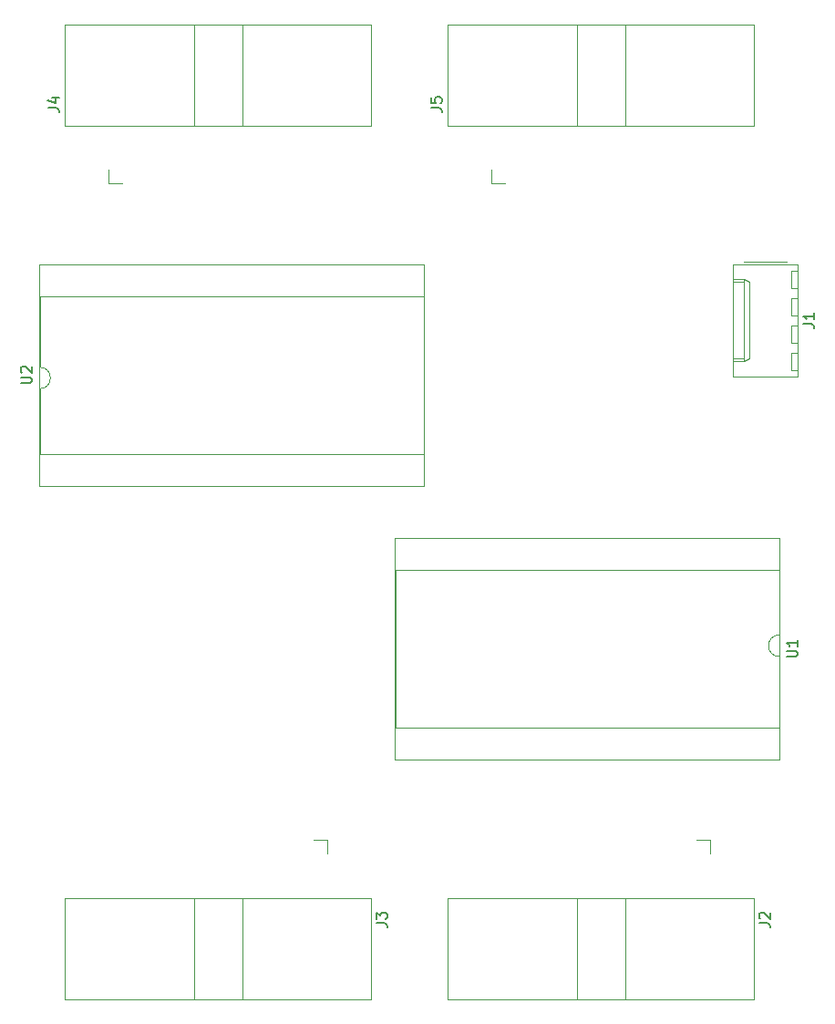
<source format=gbr>
G04 #@! TF.GenerationSoftware,KiCad,Pcbnew,(5.1.2)-2*
G04 #@! TF.CreationDate,2019-07-03T22:27:51+02:00*
G04 #@! TF.ProjectId,FGINT-V3-OUT256,4647494e-542d-4563-932d-4f5554323536,rev?*
G04 #@! TF.SameCoordinates,Original*
G04 #@! TF.FileFunction,Legend,Top*
G04 #@! TF.FilePolarity,Positive*
%FSLAX46Y46*%
G04 Gerber Fmt 4.6, Leading zero omitted, Abs format (unit mm)*
G04 Created by KiCad (PCBNEW (5.1.2)-2) date 2019-07-03 22:27:51*
%MOMM*%
%LPD*%
G04 APERTURE LIST*
%ADD10C,0.120000*%
%ADD11C,0.150000*%
G04 APERTURE END LIST*
D10*
X138920000Y-49420000D02*
X132900000Y-49420000D01*
X132900000Y-49420000D02*
X132900000Y-59800000D01*
X132900000Y-59800000D02*
X138920000Y-59800000D01*
X138920000Y-59800000D02*
X138920000Y-49420000D01*
X137890000Y-49130000D02*
X133890000Y-49130000D01*
X132900000Y-50800000D02*
X133900000Y-50800000D01*
X133900000Y-50800000D02*
X133900000Y-58420000D01*
X133900000Y-58420000D02*
X132900000Y-58420000D01*
X133900000Y-50800000D02*
X134430000Y-51050000D01*
X134430000Y-51050000D02*
X134430000Y-58170000D01*
X134430000Y-58170000D02*
X133900000Y-58420000D01*
X132900000Y-51050000D02*
X133900000Y-51050000D01*
X132900000Y-58170000D02*
X133900000Y-58170000D01*
X138920000Y-50000000D02*
X138320000Y-50000000D01*
X138320000Y-50000000D02*
X138320000Y-51600000D01*
X138320000Y-51600000D02*
X138920000Y-51600000D01*
X138920000Y-52540000D02*
X138320000Y-52540000D01*
X138320000Y-52540000D02*
X138320000Y-54140000D01*
X138320000Y-54140000D02*
X138920000Y-54140000D01*
X138920000Y-55080000D02*
X138320000Y-55080000D01*
X138320000Y-55080000D02*
X138320000Y-56680000D01*
X138320000Y-56680000D02*
X138920000Y-56680000D01*
X138920000Y-57620000D02*
X138320000Y-57620000D01*
X138320000Y-57620000D02*
X138320000Y-59220000D01*
X138320000Y-59220000D02*
X138920000Y-59220000D01*
X122900000Y-108270000D02*
X122900000Y-117620000D01*
X106410000Y-108270000D02*
X134890000Y-108270000D01*
X106410000Y-108270000D02*
X106410000Y-117620000D01*
X118400000Y-108270000D02*
X118400000Y-117620000D01*
X134890000Y-108270000D02*
X134890000Y-117620000D01*
X134890000Y-117620000D02*
X106410000Y-117620000D01*
X130810000Y-104140000D02*
X130810000Y-102870000D01*
X130810000Y-102870000D02*
X129540000Y-102870000D01*
X95250000Y-102870000D02*
X93980000Y-102870000D01*
X95250000Y-104140000D02*
X95250000Y-102870000D01*
X99330000Y-117620000D02*
X70850000Y-117620000D01*
X99330000Y-108270000D02*
X99330000Y-117620000D01*
X82840000Y-108270000D02*
X82840000Y-117620000D01*
X70850000Y-108270000D02*
X70850000Y-117620000D01*
X70850000Y-108270000D02*
X99330000Y-108270000D01*
X87340000Y-108270000D02*
X87340000Y-117620000D01*
X74930000Y-41910000D02*
X76200000Y-41910000D01*
X74930000Y-40640000D02*
X74930000Y-41910000D01*
X70850000Y-27160000D02*
X99330000Y-27160000D01*
X70850000Y-36510000D02*
X70850000Y-27160000D01*
X87340000Y-36510000D02*
X87340000Y-27160000D01*
X99330000Y-36510000D02*
X99330000Y-27160000D01*
X99330000Y-36510000D02*
X70850000Y-36510000D01*
X82840000Y-36510000D02*
X82840000Y-27160000D01*
X118400000Y-36510000D02*
X118400000Y-27160000D01*
X134890000Y-36510000D02*
X106410000Y-36510000D01*
X134890000Y-36510000D02*
X134890000Y-27160000D01*
X122900000Y-36510000D02*
X122900000Y-27160000D01*
X106410000Y-36510000D02*
X106410000Y-27160000D01*
X106410000Y-27160000D02*
X134890000Y-27160000D01*
X110490000Y-40640000D02*
X110490000Y-41910000D01*
X110490000Y-41910000D02*
X111760000Y-41910000D01*
X137261600Y-95402400D02*
X137261600Y-74777600D01*
X101498400Y-95402400D02*
X137261600Y-95402400D01*
X101498400Y-74777600D02*
X101498400Y-95402400D01*
X137261600Y-74777600D02*
X101498400Y-74777600D01*
X137210800Y-92405200D02*
X137210800Y-85852000D01*
X101540000Y-92420000D02*
X137220000Y-92420000D01*
X101549200Y-77774800D02*
X101549200Y-92405200D01*
X137220000Y-77760000D02*
X101540000Y-77760000D01*
X137210800Y-83820000D02*
X137210800Y-77774800D01*
X137220000Y-85820000D02*
G75*
G02X137220000Y-83820000I0J1000000D01*
G01*
X68520000Y-58960000D02*
G75*
G02X68520000Y-60960000I0J-1000000D01*
G01*
X68529200Y-60960000D02*
X68529200Y-67005200D01*
X68520000Y-67020000D02*
X104200000Y-67020000D01*
X104190800Y-67005200D02*
X104190800Y-52374800D01*
X104200000Y-52360000D02*
X68520000Y-52360000D01*
X68529200Y-52374800D02*
X68529200Y-58928000D01*
X68478400Y-70002400D02*
X104241600Y-70002400D01*
X104241600Y-70002400D02*
X104241600Y-49377600D01*
X104241600Y-49377600D02*
X68478400Y-49377600D01*
X68478400Y-49377600D02*
X68478400Y-70002400D01*
D11*
X139462380Y-54943333D02*
X140176666Y-54943333D01*
X140319523Y-54990952D01*
X140414761Y-55086190D01*
X140462380Y-55229047D01*
X140462380Y-55324285D01*
X140462380Y-53943333D02*
X140462380Y-54514761D01*
X140462380Y-54229047D02*
X139462380Y-54229047D01*
X139605238Y-54324285D01*
X139700476Y-54419523D01*
X139748095Y-54514761D01*
X135342380Y-110578333D02*
X136056666Y-110578333D01*
X136199523Y-110625952D01*
X136294761Y-110721190D01*
X136342380Y-110864047D01*
X136342380Y-110959285D01*
X135437619Y-110149761D02*
X135390000Y-110102142D01*
X135342380Y-110006904D01*
X135342380Y-109768809D01*
X135390000Y-109673571D01*
X135437619Y-109625952D01*
X135532857Y-109578333D01*
X135628095Y-109578333D01*
X135770952Y-109625952D01*
X136342380Y-110197380D01*
X136342380Y-109578333D01*
X99782380Y-110578333D02*
X100496666Y-110578333D01*
X100639523Y-110625952D01*
X100734761Y-110721190D01*
X100782380Y-110864047D01*
X100782380Y-110959285D01*
X99782380Y-110197380D02*
X99782380Y-109578333D01*
X100163333Y-109911666D01*
X100163333Y-109768809D01*
X100210952Y-109673571D01*
X100258571Y-109625952D01*
X100353809Y-109578333D01*
X100591904Y-109578333D01*
X100687142Y-109625952D01*
X100734761Y-109673571D01*
X100782380Y-109768809D01*
X100782380Y-110054523D01*
X100734761Y-110149761D01*
X100687142Y-110197380D01*
X69302380Y-34868333D02*
X70016666Y-34868333D01*
X70159523Y-34915952D01*
X70254761Y-35011190D01*
X70302380Y-35154047D01*
X70302380Y-35249285D01*
X69635714Y-33963571D02*
X70302380Y-33963571D01*
X69254761Y-34201666D02*
X69969047Y-34439761D01*
X69969047Y-33820714D01*
X104862380Y-34868333D02*
X105576666Y-34868333D01*
X105719523Y-34915952D01*
X105814761Y-35011190D01*
X105862380Y-35154047D01*
X105862380Y-35249285D01*
X104862380Y-33915952D02*
X104862380Y-34392142D01*
X105338571Y-34439761D01*
X105290952Y-34392142D01*
X105243333Y-34296904D01*
X105243333Y-34058809D01*
X105290952Y-33963571D01*
X105338571Y-33915952D01*
X105433809Y-33868333D01*
X105671904Y-33868333D01*
X105767142Y-33915952D01*
X105814761Y-33963571D01*
X105862380Y-34058809D01*
X105862380Y-34296904D01*
X105814761Y-34392142D01*
X105767142Y-34439761D01*
X137882380Y-85851904D02*
X138691904Y-85851904D01*
X138787142Y-85804285D01*
X138834761Y-85756666D01*
X138882380Y-85661428D01*
X138882380Y-85470952D01*
X138834761Y-85375714D01*
X138787142Y-85328095D01*
X138691904Y-85280476D01*
X137882380Y-85280476D01*
X138882380Y-84280476D02*
X138882380Y-84851904D01*
X138882380Y-84566190D02*
X137882380Y-84566190D01*
X138025238Y-84661428D01*
X138120476Y-84756666D01*
X138168095Y-84851904D01*
X66762380Y-60451904D02*
X67571904Y-60451904D01*
X67667142Y-60404285D01*
X67714761Y-60356666D01*
X67762380Y-60261428D01*
X67762380Y-60070952D01*
X67714761Y-59975714D01*
X67667142Y-59928095D01*
X67571904Y-59880476D01*
X66762380Y-59880476D01*
X66857619Y-59451904D02*
X66810000Y-59404285D01*
X66762380Y-59309047D01*
X66762380Y-59070952D01*
X66810000Y-58975714D01*
X66857619Y-58928095D01*
X66952857Y-58880476D01*
X67048095Y-58880476D01*
X67190952Y-58928095D01*
X67762380Y-59499523D01*
X67762380Y-58880476D01*
M02*

</source>
